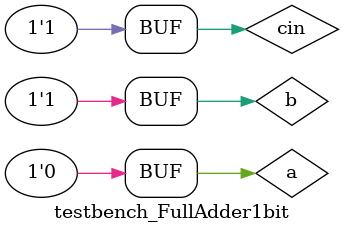
<source format=v>
module testbench_FullAdder1bit();
	reg a;
	reg b;
	reg cin;

	wire sum;
	wire cout;

 	//Instantiate DUT
	FullAdder1bit_Behavioral FULLADDER1(
		.a(a),
		.b(b),
		.cin(cin),
		.sum(sum),
		.cout(cout)
	);


	//Monitor
	initial begin
		$monitor("a=%b , b=%b , cin=%b , sum=%b , cout=%b" , a , b ,cin ,sum , cout);
	end

	//Stimulus
	initial begin
		#1;
		a=0; b=0; cin=0;
		#1;
		a=1; b=1; cin=1;
		#1;
		a=1; b=1; cin=0;
		#1;
		a=0; b=1; cin=1;
	end
endmodule

</source>
